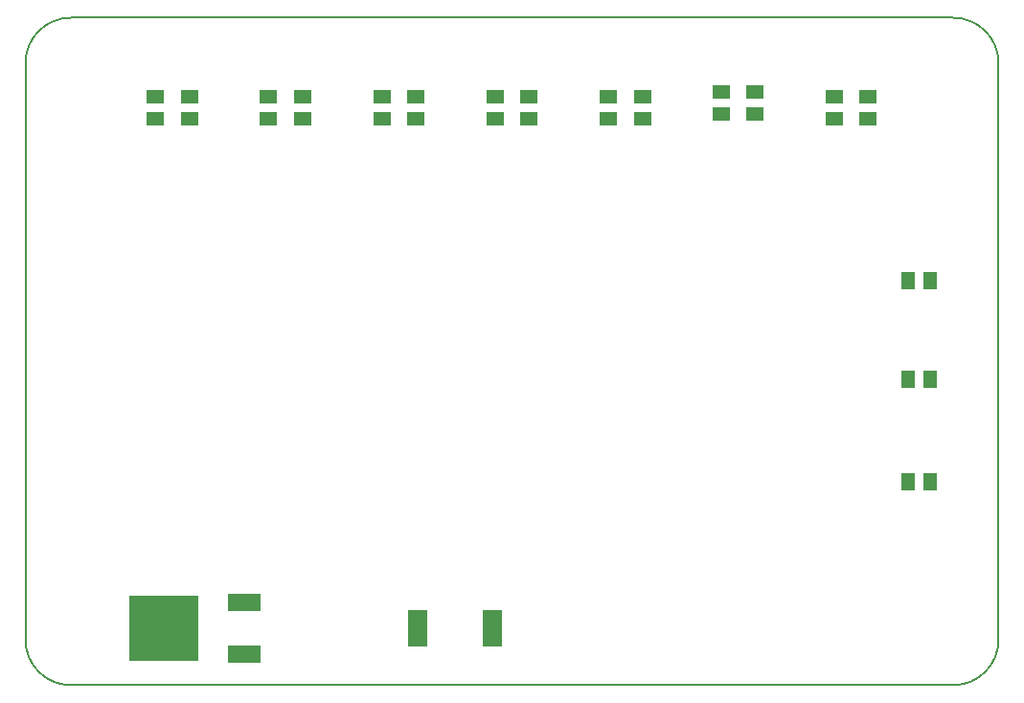
<source format=gbp>
G04*
G04 #@! TF.GenerationSoftware,Altium Limited,Altium Designer,24.4.1 (13)*
G04*
G04 Layer_Color=128*
%FSLAX44Y44*%
%MOMM*%
G71*
G04*
G04 #@! TF.SameCoordinates,63E37870-44FF-48FD-8248-C193DD5CA91D*
G04*
G04*
G04 #@! TF.FilePolarity,Positive*
G04*
G01*
G75*
%ADD10C,0.2000*%
%ADD35R,1.3000X1.5000*%
%ADD36R,1.7780X3.2000*%
%ADD37R,3.0000X1.6000*%
%ADD38R,6.2000X5.8000*%
%ADD39R,1.5000X1.3000*%
D10*
X1895856Y1164458D02*
G03*
X1935856Y1124458I40000J0D01*
G01*
Y1714458D02*
G03*
X1895856Y1674458I0J-40000D01*
G01*
X2755856D02*
G03*
X2715856Y1714458I-40000J0D01*
G01*
Y1124458D02*
G03*
X2755856Y1164458I0J40000D01*
G01*
X1935856Y1714458D02*
X2715856Y1714458D01*
X1935856Y1124458D02*
X2715856Y1124458D01*
X1895856Y1674458D02*
X1895856Y1164458D01*
X2755856Y1674458D02*
X2755856Y1164458D01*
D35*
X2676106Y1481958D02*
D03*
X2695606D02*
D03*
X2676106Y1394458D02*
D03*
X2695606D02*
D03*
X2676106Y1304458D02*
D03*
X2695606D02*
D03*
D36*
X2242836Y1174458D02*
D03*
X2308876D02*
D03*
D37*
X2088856Y1151608D02*
D03*
Y1197308D02*
D03*
D38*
X2017956Y1174458D02*
D03*
D39*
X2010756Y1624708D02*
D03*
Y1644208D02*
D03*
X2040856Y1644208D02*
D03*
Y1624708D02*
D03*
X2110756Y1624708D02*
D03*
Y1644208D02*
D03*
X2141006Y1644208D02*
D03*
Y1624708D02*
D03*
X2210756Y1624708D02*
D03*
Y1644208D02*
D03*
X2241006Y1644208D02*
D03*
Y1624708D02*
D03*
X2311006Y1624708D02*
D03*
Y1644208D02*
D03*
X2340756Y1644208D02*
D03*
Y1624708D02*
D03*
X2410756Y1624708D02*
D03*
Y1644208D02*
D03*
X2441006Y1644208D02*
D03*
Y1624708D02*
D03*
X2510756Y1629708D02*
D03*
Y1649208D02*
D03*
X2540756Y1649208D02*
D03*
Y1629708D02*
D03*
X2610756Y1624708D02*
D03*
Y1644208D02*
D03*
X2640756Y1644208D02*
D03*
Y1624708D02*
D03*
M02*

</source>
